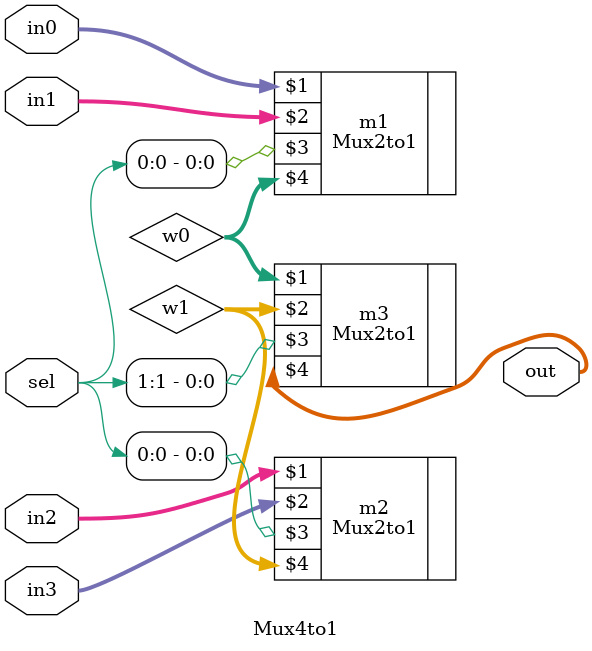
<source format=v>
`timescale 1ns / 1ps
module Mux4to1(
	input [31:0]in0,
	input [31:0]in1,
	input [31:0]in2,
	input [31:0]in3,
	input [1:0]sel, //select
	output [31:0]out
    );
	 
	 wire [31:0] w0, w1; //temp wires
	 
	 Mux2to1 m1(in0, in1, sel[0], w0);
	 Mux2to1 m2(in2, in3, sel[0], w1);
	 
	 Mux2to1 m3(w0, w1, sel[1], out); 


endmodule

</source>
